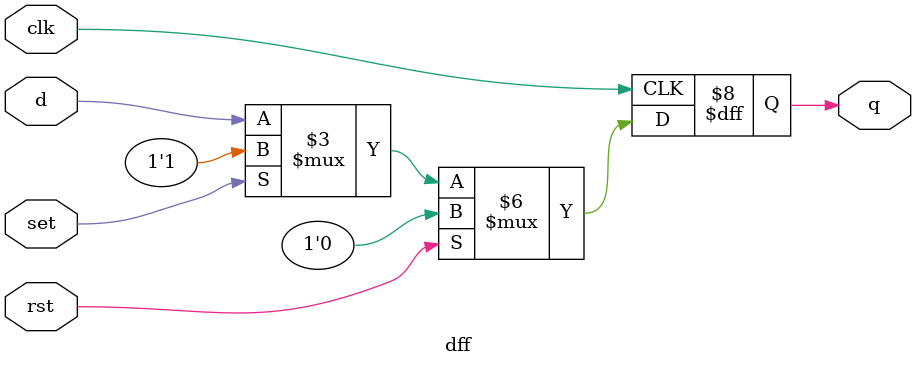
<source format=v>
module dff(d,clk,rst,set,q);
  
  input d,clk,rst,set;
  output reg q;
  
  always@(posedge clk)
  begin
  if (rst) 
    q<=0;
  else if (set)
    q<=1;
  else 
    q<=d;
  end
  
endmodule

    
</source>
